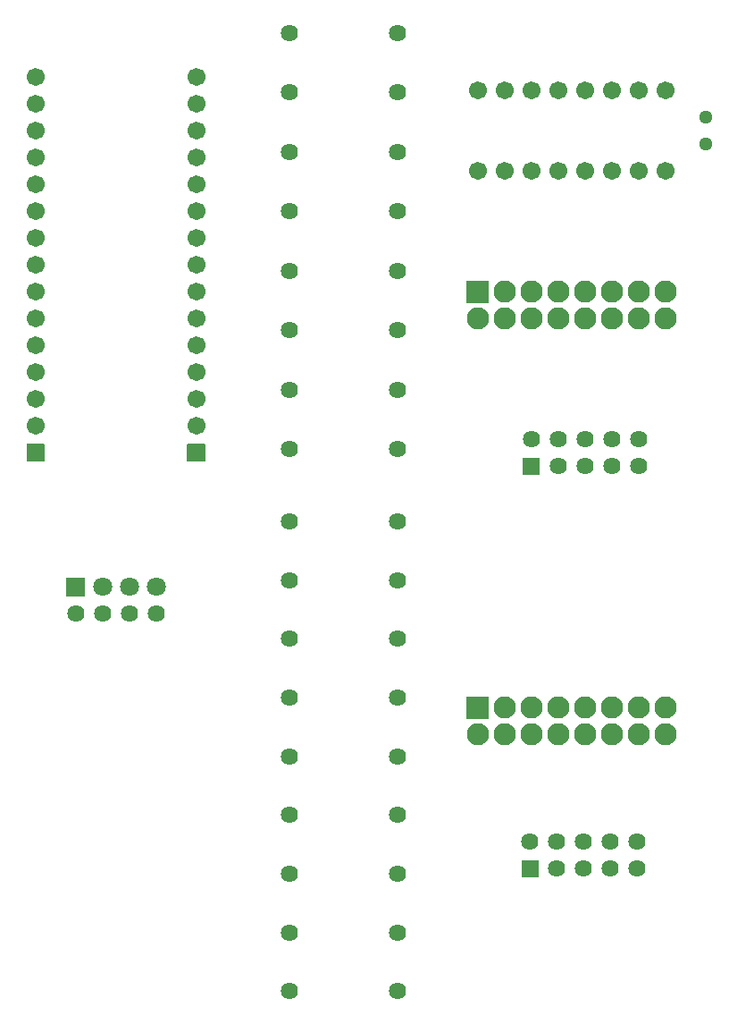
<source format=gbs>
G04 Layer: BottomSolderMaskLayer*
G04 EasyEDA v6.5.9, 2022-07-24 08:21:13*
G04 5bc8cb45828b4c0bbea3d3a06f8b76a5,bf633cf64d8a430dba0ab8f24d4e683d,10*
G04 Gerber Generator version 0.2*
G04 Scale: 100 percent, Rotated: No, Reflected: No *
G04 Dimensions in millimeters *
G04 leading zeros omitted , absolute positions ,4 integer and 5 decimal *
%FSLAX45Y45*%
%MOMM*%

%ADD10C,1.2954*%
%ADD11C,2.1016*%
%ADD12C,1.6256*%
%ADD13C,1.7016*%
%ADD14C,1.8016*%
%ADD15C,0.0178*%

%LPD*%
D10*
G01*
X7366000Y-1524000D03*
G01*
X7366000Y-1270000D03*
D11*
G01*
X6985000Y-7112000D03*
G01*
X6985000Y-6858000D03*
G01*
X6731000Y-7112000D03*
G01*
X6731000Y-6858000D03*
G01*
X6477000Y-7112000D03*
G01*
X6477000Y-6858000D03*
G01*
X6223000Y-7112000D03*
G01*
X6223000Y-6858000D03*
G01*
X5969000Y-7112000D03*
G01*
X5969000Y-6858000D03*
G01*
X5715000Y-7112000D03*
G01*
X5715000Y-6858000D03*
G01*
X5461000Y-7112000D03*
G01*
X5461000Y-6858000D03*
G01*
X5207000Y-7112000D03*
G36*
X5106924Y-6963155D02*
G01*
X5107000Y-6963079D01*
X5105476Y-6962825D01*
X5103952Y-6962063D01*
X5102936Y-6961047D01*
X5102174Y-6959523D01*
X5101920Y-6957999D01*
X5101843Y-6958076D01*
X5101843Y-6757923D01*
X5101920Y-6758000D01*
X5102174Y-6756476D01*
X5102936Y-6754952D01*
X5103952Y-6753936D01*
X5105476Y-6753174D01*
X5107000Y-6752920D01*
X5106924Y-6752844D01*
X5307075Y-6752844D01*
X5306999Y-6752920D01*
X5308523Y-6753174D01*
X5310047Y-6753936D01*
X5311063Y-6754952D01*
X5311825Y-6756476D01*
X5312079Y-6758000D01*
X5312156Y-6757923D01*
X5312156Y-6958076D01*
X5312079Y-6957999D01*
X5311825Y-6959523D01*
X5311063Y-6961047D01*
X5310047Y-6962063D01*
X5308523Y-6962825D01*
X5306999Y-6963079D01*
X5307075Y-6963155D01*
G37*
G01*
X6985000Y-3175000D03*
G01*
X6985000Y-2921000D03*
G01*
X6731000Y-3175000D03*
G01*
X6731000Y-2921000D03*
G01*
X6477000Y-3175000D03*
G01*
X6477000Y-2921000D03*
G01*
X6223000Y-3175000D03*
G01*
X6223000Y-2921000D03*
G01*
X5969000Y-3175000D03*
G01*
X5969000Y-2921000D03*
G01*
X5715000Y-3175000D03*
G01*
X5715000Y-2921000D03*
G01*
X5461000Y-3175000D03*
G01*
X5461000Y-2921000D03*
G01*
X5207000Y-3175000D03*
G36*
X5106924Y-3026155D02*
G01*
X5107000Y-3026079D01*
X5105476Y-3025825D01*
X5103952Y-3025063D01*
X5102936Y-3024047D01*
X5102174Y-3022523D01*
X5101920Y-3020999D01*
X5101843Y-3021076D01*
X5101843Y-2820923D01*
X5101920Y-2821000D01*
X5102174Y-2819476D01*
X5102936Y-2817952D01*
X5103952Y-2816936D01*
X5105476Y-2816174D01*
X5107000Y-2815920D01*
X5106924Y-2815844D01*
X5307075Y-2815844D01*
X5306999Y-2815920D01*
X5308523Y-2816174D01*
X5310047Y-2816936D01*
X5311063Y-2817952D01*
X5311825Y-2819476D01*
X5312079Y-2821000D01*
X5312156Y-2820923D01*
X5312156Y-3021076D01*
X5312079Y-3020999D01*
X5311825Y-3022523D01*
X5311063Y-3024047D01*
X5310047Y-3025063D01*
X5308523Y-3025825D01*
X5306999Y-3026079D01*
X5307075Y-3026155D01*
G37*
D12*
G01*
X3421989Y-5095875D03*
G01*
X4452010Y-5095875D03*
G01*
X3421989Y-5651500D03*
G01*
X4452010Y-5651500D03*
G01*
X3421989Y-6207125D03*
G01*
X4452010Y-6207125D03*
G01*
X3421989Y-6762750D03*
G01*
X4452010Y-6762750D03*
G01*
X3421989Y-7318375D03*
G01*
X4452010Y-7318375D03*
G01*
X3421989Y-7874000D03*
G01*
X4452010Y-7874000D03*
G01*
X3421989Y-8429625D03*
G01*
X4452010Y-8429625D03*
G01*
X3421989Y-8985250D03*
G01*
X4452010Y-8985250D03*
G01*
X3421989Y-9540875D03*
G01*
X4452010Y-9540875D03*
G01*
X3421989Y-471703D03*
G01*
X4452010Y-471703D03*
G01*
X3421989Y-1034135D03*
G01*
X4452010Y-1034135D03*
G01*
X3421989Y-1596567D03*
G01*
X4452010Y-1596567D03*
G01*
X3421989Y-2159000D03*
G01*
X4452010Y-2159000D03*
G01*
X3421989Y-2721432D03*
G01*
X4452010Y-2721432D03*
G01*
X3421989Y-3283864D03*
G01*
X4452010Y-3283864D03*
G01*
X3421989Y-3846296D03*
G01*
X4452010Y-3846296D03*
G01*
X3421989Y-4408703D03*
G01*
X4452010Y-4408703D03*
G36*
X5628893Y-8463534D02*
G01*
X5628954Y-8463406D01*
X5627430Y-8463153D01*
X5625906Y-8462390D01*
X5624890Y-8461375D01*
X5624128Y-8459851D01*
X5623874Y-8458327D01*
X5623813Y-8458454D01*
X5623813Y-8306054D01*
X5623874Y-8305927D01*
X5624128Y-8304403D01*
X5624890Y-8302879D01*
X5625906Y-8301862D01*
X5627430Y-8301101D01*
X5628954Y-8300846D01*
X5628893Y-8300973D01*
X5781293Y-8300973D01*
X5781354Y-8300846D01*
X5782878Y-8301101D01*
X5784402Y-8301862D01*
X5785418Y-8302879D01*
X5786180Y-8304403D01*
X5786434Y-8305927D01*
X5786374Y-8306054D01*
X5786374Y-8458454D01*
X5786434Y-8458327D01*
X5786180Y-8459851D01*
X5785418Y-8461375D01*
X5784402Y-8462390D01*
X5782878Y-8463153D01*
X5781354Y-8463406D01*
X5781293Y-8463534D01*
G37*
G01*
X5704890Y-8127872D03*
G01*
X5959093Y-8382025D03*
G01*
X5958890Y-8127872D03*
G01*
X6213093Y-8382025D03*
G01*
X6212890Y-8127872D03*
G01*
X6467093Y-8382025D03*
G01*
X6466890Y-8127872D03*
G01*
X6721093Y-8382025D03*
G01*
X6720890Y-8127872D03*
G36*
X2459990Y-4530089D02*
G01*
X2460000Y-4530079D01*
X2458476Y-4529825D01*
X2456952Y-4529063D01*
X2455936Y-4528047D01*
X2455174Y-4526523D01*
X2454920Y-4524999D01*
X2454909Y-4525010D01*
X2454909Y-4364989D01*
X2454920Y-4365000D01*
X2455174Y-4363476D01*
X2455936Y-4361952D01*
X2456952Y-4360936D01*
X2458476Y-4360174D01*
X2460000Y-4359920D01*
X2459990Y-4359910D01*
X2620009Y-4359910D01*
X2619999Y-4359920D01*
X2621523Y-4360174D01*
X2623047Y-4360936D01*
X2624063Y-4361952D01*
X2624825Y-4363476D01*
X2625079Y-4365000D01*
X2625090Y-4364989D01*
X2625090Y-4525010D01*
X2625079Y-4524999D01*
X2624825Y-4526523D01*
X2624063Y-4528047D01*
X2623047Y-4529063D01*
X2621523Y-4529825D01*
X2619999Y-4530079D01*
X2620009Y-4530089D01*
G37*
D13*
G01*
X1016000Y-4191000D03*
G01*
X1016000Y-3683000D03*
G01*
X1016000Y-3175000D03*
G01*
X1016000Y-2667000D03*
G01*
X1016000Y-2159000D03*
G01*
X1016000Y-1651000D03*
G01*
X1016000Y-1143000D03*
G01*
X2540000Y-889000D03*
G01*
X2540000Y-1397000D03*
G01*
X2540000Y-1905000D03*
G01*
X2540000Y-2413000D03*
G01*
X2540000Y-2921000D03*
G01*
X2540000Y-3429000D03*
G01*
X2540000Y-3937000D03*
G01*
X2540000Y-4191000D03*
G01*
X2540000Y-3683000D03*
G01*
X2540000Y-3175000D03*
G01*
X2540000Y-2667000D03*
G01*
X2540000Y-2159000D03*
G01*
X2540000Y-1651000D03*
G01*
X2540000Y-1143000D03*
G01*
X1016000Y-889000D03*
G01*
X1016000Y-1397000D03*
G01*
X1016000Y-1905000D03*
G01*
X1016000Y-2413000D03*
G01*
X1016000Y-2921000D03*
G01*
X1016000Y-3429000D03*
G01*
X1016000Y-3937000D03*
G36*
X935989Y-4530089D02*
G01*
X936000Y-4530079D01*
X934476Y-4529825D01*
X932952Y-4529063D01*
X931936Y-4528047D01*
X931174Y-4526523D01*
X930920Y-4524999D01*
X930910Y-4525010D01*
X930910Y-4364989D01*
X930920Y-4365000D01*
X931174Y-4363476D01*
X931936Y-4361952D01*
X932952Y-4360936D01*
X934476Y-4360174D01*
X936000Y-4359920D01*
X935989Y-4359910D01*
X1096010Y-4359910D01*
X1095999Y-4359920D01*
X1097523Y-4360174D01*
X1099047Y-4360936D01*
X1100063Y-4361952D01*
X1100825Y-4363476D01*
X1101079Y-4365000D01*
X1101089Y-4364989D01*
X1101089Y-4525010D01*
X1101079Y-4524999D01*
X1100825Y-4526523D01*
X1100063Y-4528047D01*
X1099047Y-4529063D01*
X1097523Y-4529825D01*
X1095999Y-4530079D01*
X1096010Y-4530089D01*
G37*
G01*
X6985000Y-1016000D03*
G01*
X6731000Y-1016000D03*
G01*
X6477000Y-1016000D03*
G01*
X6223000Y-1016000D03*
G01*
X5969000Y-1016000D03*
G01*
X5715000Y-1016000D03*
G01*
X5461000Y-1016000D03*
G01*
X5207000Y-1016000D03*
G01*
X5207000Y-1778000D03*
G01*
X5461000Y-1778000D03*
G01*
X5715000Y-1778000D03*
G01*
X5969000Y-1778000D03*
G01*
X6223000Y-1778000D03*
G01*
X6477000Y-1778000D03*
G01*
X6731000Y-1778000D03*
G01*
X6985000Y-1778000D03*
G36*
X1311910Y-5805170D02*
G01*
X1311998Y-5805081D01*
X1310474Y-5804827D01*
X1308950Y-5804065D01*
X1307934Y-5803049D01*
X1307172Y-5801525D01*
X1306918Y-5800001D01*
X1306829Y-5800089D01*
X1306829Y-5629910D01*
X1306918Y-5629998D01*
X1307172Y-5628474D01*
X1307934Y-5626950D01*
X1308950Y-5625934D01*
X1310474Y-5625172D01*
X1311998Y-5624918D01*
X1311910Y-5624829D01*
X1482089Y-5624829D01*
X1482001Y-5624918D01*
X1483525Y-5625172D01*
X1485049Y-5625934D01*
X1486065Y-5626950D01*
X1486827Y-5628474D01*
X1487081Y-5629998D01*
X1487170Y-5629910D01*
X1487170Y-5800089D01*
X1487081Y-5800001D01*
X1486827Y-5801525D01*
X1486065Y-5803049D01*
X1485049Y-5804065D01*
X1483525Y-5804827D01*
X1482001Y-5805081D01*
X1482089Y-5805170D01*
G37*
D14*
G01*
X1651000Y-5715000D03*
G01*
X1905000Y-5715000D03*
G01*
X2159000Y-5715000D03*
G36*
X5639054Y-4653534D02*
G01*
X5638952Y-4653406D01*
X5637428Y-4653153D01*
X5635904Y-4652390D01*
X5634888Y-4651375D01*
X5634126Y-4649851D01*
X5633872Y-4648327D01*
X5633974Y-4648454D01*
X5633974Y-4496054D01*
X5633872Y-4495927D01*
X5634126Y-4494403D01*
X5634888Y-4492879D01*
X5635904Y-4491862D01*
X5637428Y-4491101D01*
X5638952Y-4490846D01*
X5639054Y-4490973D01*
X5791454Y-4490973D01*
X5791352Y-4490846D01*
X5792876Y-4491101D01*
X5794400Y-4491862D01*
X5795416Y-4492879D01*
X5796178Y-4494403D01*
X5796432Y-4495927D01*
X5796534Y-4496054D01*
X5796534Y-4648454D01*
X5796432Y-4648327D01*
X5796178Y-4649851D01*
X5795416Y-4651375D01*
X5794400Y-4652390D01*
X5792876Y-4653153D01*
X5791352Y-4653406D01*
X5791454Y-4653534D01*
G37*
D12*
G01*
X5714898Y-4317872D03*
G01*
X5969101Y-4572025D03*
G01*
X5968898Y-4317872D03*
G01*
X6223101Y-4572025D03*
G01*
X6222898Y-4317872D03*
G01*
X6477101Y-4572025D03*
G01*
X6476898Y-4317872D03*
G01*
X6731101Y-4572025D03*
G01*
X6730898Y-4317872D03*
G01*
X1397000Y-5969000D03*
G01*
X1651000Y-5969000D03*
G01*
X1905000Y-5969000D03*
G01*
X2159000Y-5969000D03*
M02*

</source>
